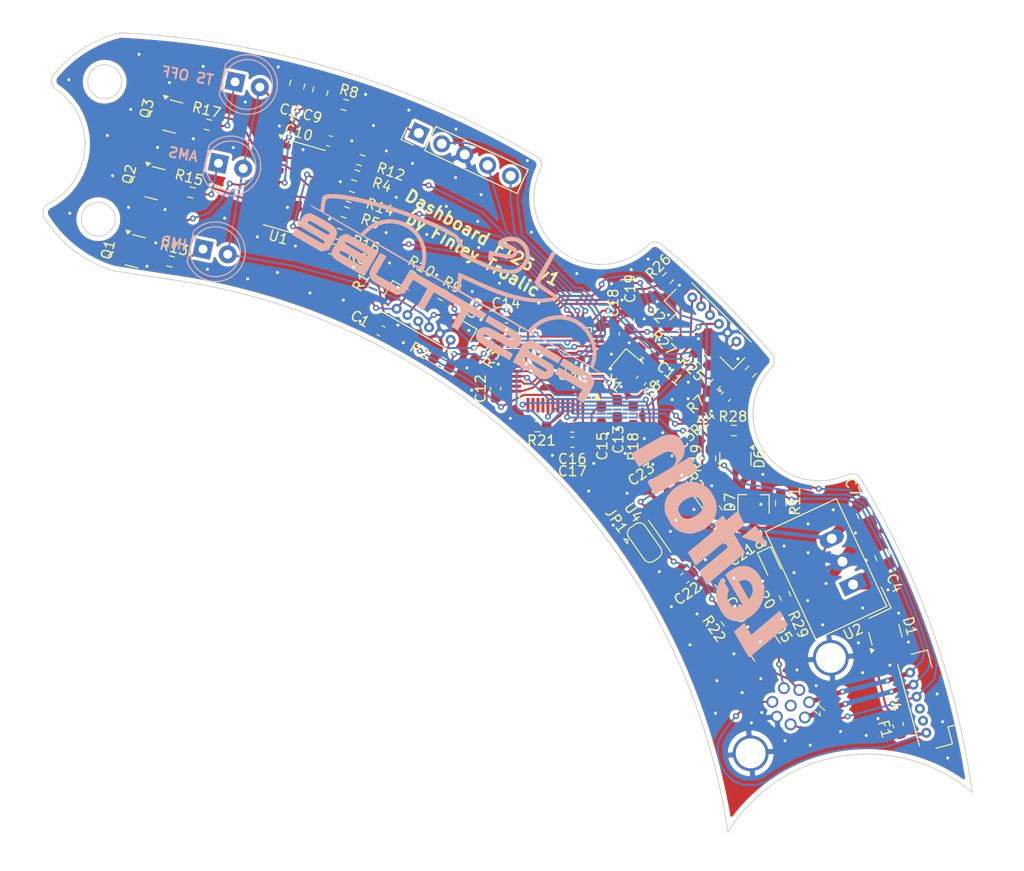
<source format=kicad_pcb>
(kicad_pcb
	(version 20240108)
	(generator "pcbnew")
	(generator_version "8.0")
	(general
		(thickness 1.6)
		(legacy_teardrops no)
	)
	(paper "A4")
	(layers
		(0 "F.Cu" signal)
		(31 "B.Cu" signal)
		(32 "B.Adhes" user "B.Adhesive")
		(33 "F.Adhes" user "F.Adhesive")
		(34 "B.Paste" user)
		(35 "F.Paste" user)
		(36 "B.SilkS" user "B.Silkscreen")
		(37 "F.SilkS" user "F.Silkscreen")
		(38 "B.Mask" user)
		(39 "F.Mask" user)
		(40 "Dwgs.User" user "User.Drawings")
		(41 "Cmts.User" user "User.Comments")
		(42 "Eco1.User" user "User.Eco1")
		(43 "Eco2.User" user "User.Eco2")
		(44 "Edge.Cuts" user)
		(45 "Margin" user)
		(46 "B.CrtYd" user "B.Courtyard")
		(47 "F.CrtYd" user "F.Courtyard")
		(48 "B.Fab" user)
		(49 "F.Fab" user)
		(50 "User.1" user)
		(51 "User.2" user)
		(52 "User.3" user)
		(53 "User.4" user)
		(54 "User.5" user)
		(55 "User.6" user)
		(56 "User.7" user)
		(57 "User.8" user)
		(58 "User.9" user)
	)
	(setup
		(pad_to_mask_clearance 0)
		(allow_soldermask_bridges_in_footprints no)
		(pcbplotparams
			(layerselection 0x00010fc_ffffffff)
			(plot_on_all_layers_selection 0x0000000_00000000)
			(disableapertmacros no)
			(usegerberextensions no)
			(usegerberattributes yes)
			(usegerberadvancedattributes yes)
			(creategerberjobfile yes)
			(dashed_line_dash_ratio 12.000000)
			(dashed_line_gap_ratio 3.000000)
			(svgprecision 4)
			(plotframeref no)
			(viasonmask no)
			(mode 1)
			(useauxorigin no)
			(hpglpennumber 1)
			(hpglpenspeed 20)
			(hpglpendiameter 15.000000)
			(pdf_front_fp_property_popups yes)
			(pdf_back_fp_property_popups yes)
			(dxfpolygonmode yes)
			(dxfimperialunits yes)
			(dxfusepcbnewfont yes)
			(psnegative no)
			(psa4output no)
			(plotreference yes)
			(plotvalue yes)
			(plotfptext yes)
			(plotinvisibletext no)
			(sketchpadsonfab no)
			(subtractmaskfromsilk no)
			(outputformat 1)
			(mirror no)
			(drillshape 0)
			(scaleselection 1)
			(outputdirectory "export/")
		)
	)
	(net 0 "")
	(net 1 "GND")
	(net 2 "Net-(U3-PF0)")
	(net 3 "Net-(U3-PF1)")
	(net 4 "+3.3V")
	(net 5 "/NRST")
	(net 6 "/CAN/Vref")
	(net 7 "/CANH")
	(net 8 "/CANL")
	(net 9 "Net-(D1-A)")
	(net 10 "+BATT")
	(net 11 "Net-(JP1-C)")
	(net 12 "Net-(Q1-D)")
	(net 13 "Net-(Q1-G)")
	(net 14 "Net-(Q2-D)")
	(net 15 "Net-(Q2-G)")
	(net 16 "Net-(Q3-G)")
	(net 17 "Net-(U3-BOOT0)")
	(net 18 "Net-(U4-Rs)")
	(net 19 "+24V")
	(net 20 "unconnected-(U3-PA6-Pad16)")
	(net 21 "unconnected-(U3-PB2-Pad20)")
	(net 22 "/CAN/CAN_RX")
	(net 23 "unconnected-(U3-PC15-Pad4)")
	(net 24 "unconnected-(U3-PB14-Pad27)")
	(net 25 "/R2D_BTN")
	(net 26 "unconnected-(U3-PB7-Pad43)")
	(net 27 "/TS ON_BTN")
	(net 28 "Net-(Q3-D)")
	(net 29 "Net-(D2-K)")
	(net 30 "unconnected-(U3-PA15-Pad38)")
	(net 31 "/SWCLK")
	(net 32 "unconnected-(U3-PB4-Pad40)")
	(net 33 "/SDC_In")
	(net 34 "Net-(D3-K)")
	(net 35 "/LEDs/IMD_LED")
	(net 36 "unconnected-(U3-PB12-Pad25)")
	(net 37 "/CAN/CAN_TX")
	(net 38 "unconnected-(U3-PC14-Pad3)")
	(net 39 "/LEDs/AMS_LED")
	(net 40 "/RaceMode_Out")
	(net 41 "Net-(D4-K)")
	(net 42 "unconnected-(U3-PA10-Pad31)")
	(net 43 "/LEDs/TSOFF_LED")
	(net 44 "unconnected-(J1-Pin_8-Pad8)")
	(net 45 "unconnected-(U3-PB9-Pad46)")
	(net 46 "unconnected-(U3-PC13-Pad2)")
	(net 47 "unconnected-(U3-PA8-Pad29)")
	(net 48 "unconnected-(U3-PA9-Pad30)")
	(net 49 "/SWDIO")
	(net 50 "/SDC_Out")
	(net 51 "Net-(J2-Pin_2)")
	(net 52 "Net-(J2-Pin_3)")
	(net 53 "Net-(J2-Pin_6)")
	(net 54 "Net-(J2-Pin_1)")
	(net 55 "Net-(J3-Pin_4)")
	(net 56 "Net-(J3-Pin_6)")
	(net 57 "Net-(J3-Pin_1)")
	(net 58 "Net-(J3-Pin_5)")
	(net 59 "unconnected-(J4-Pin_2-Pad2)")
	(net 60 "unconnected-(J4-Pin_3-Pad3)")
	(net 61 "/TS ON_R")
	(net 62 "/TS ON_G")
	(net 63 "Net-(R12-Pad1)")
	(net 64 "Net-(R14-Pad1)")
	(net 65 "Net-(R16-Pad1)")
	(net 66 "/TS ON_B")
	(net 67 "/R2D_R")
	(net 68 "/R2D_G")
	(net 69 "/R2D_B")
	(net 70 "Net-(U1-Pad12)")
	(net 71 "unconnected-(U3-PB3-Pad39)")
	(net 72 "Net-(U3-PB15)")
	(net 73 "unconnected-(D7-K-Pad1)")
	(net 74 "Net-(U3-PB10)")
	(net 75 "unconnected-(U3-PB13-Pad26)")
	(net 76 "Net-(U3-PB8)")
	(net 77 "unconnected-(U3-PB11-Pad22)")
	(net 78 "Net-(D8-A)")
	(net 79 "/LEDs/~{Power_on_test}")
	(footprint "Capacitor_SMD:C_0805_2012Metric_Pad1.18x1.45mm_HandSolder" (layer "F.Cu") (at 158.2 100 -65))
	(footprint "Resistor_SMD:R_0603_1608Metric_Pad0.98x0.95mm_HandSolder" (layer "F.Cu") (at 138.5 76.4 45))
	(footprint "Resistor_SMD:R_0603_1608Metric_Pad0.98x0.95mm_HandSolder" (layer "F.Cu") (at 88.616745 74.738288 -14))
	(footprint "Resistor_SMD:R_0603_1608Metric_Pad0.98x0.95mm_HandSolder" (layer "F.Cu") (at 143.34 99.77 125))
	(footprint "Resistor_SMD:R_0603_1608Metric_Pad0.98x0.95mm_HandSolder" (layer "F.Cu") (at 135 90.2125 90))
	(footprint "Capacitor_SMD:C_0603_1608Metric_Pad1.08x0.95mm_HandSolder" (layer "F.Cu") (at 135.8 86.7 -130))
	(footprint "Capacitor_SMD:C_0603_1608Metric_Pad1.08x0.95mm_HandSolder" (layer "F.Cu") (at 140.19471 106.506519 35))
	(footprint "Dashboard:JST_GH_THT_1x06-1MP_P1.25mm_Vertical" (layer "F.Cu") (at 164.507096 122.25817 105))
	(footprint "Crystal:Crystal_SMD_2016-4Pin_2.0x1.6mm" (layer "F.Cu") (at 134.286051 85.261754 -130))
	(footprint "Resistor_SMD:R_0603_1608Metric_Pad0.98x0.95mm_HandSolder" (layer "F.Cu") (at 106.132246 69.801513 161))
	(footprint "Resistor_SMD:R_0603_1608Metric_Pad0.98x0.95mm_HandSolder" (layer "F.Cu") (at 115.9 78.1 150))
	(footprint "Resistor_SMD:R_0603_1608Metric_Pad0.98x0.95mm_HandSolder" (layer "F.Cu") (at 107.173379 66.107442 -19))
	(footprint "Resistor_SMD:R_0603_1608Metric_Pad0.98x0.95mm_HandSolder" (layer "F.Cu") (at 149.8 98.9875 -90))
	(footprint "LED_SMD:LED_0603_1608Metric_Pad1.05x0.95mm_HandSolder" (layer "F.Cu") (at 148.825 105.175 -65))
	(footprint "Resistor_SMD:R_0603_1608Metric_Pad0.98x0.95mm_HandSolder" (layer "F.Cu") (at 119.6 83.7 60))
	(footprint "Dashboard:Phoenix_SACC-DSI-M8FS-8CON-M10" (layer "F.Cu") (at 150.8 119.3 -130))
	(footprint "Package_QFP:LQFP-48_7x7mm_P0.5mm" (layer "F.Cu") (at 127.2 85 180))
	(footprint "Dashboard:JST_GH_THT_1x06-1MP_P1.25mm_Vertical" (layer "F.Cu") (at 116.935336 82.685464 150))
	(footprint "Resistor_SMD:R_0603_1608Metric_Pad0.98x0.95mm_HandSolder" (layer "F.Cu") (at 106.075 59.025 -15))
	(footprint "Capacitor_SMD:C_0603_1608Metric_Pad1.08x0.95mm_HandSolder" (layer "F.Cu") (at 122.3 80.4 180))
	(footprint "Capacitor_SMD:C_0805_2012Metric_Pad1.18x1.45mm_HandSolder" (layer "F.Cu") (at 160 104.2 115))
	(footprint "Capacitor_SMD:C_0603_1608Metric_Pad1.08x0.95mm_HandSolder" (layer "F.Cu") (at 137.001229 97.111809 35))
	(footprint "Resistor_SMD:R_0603_1608Metric_Pad0.98x0.95mm_HandSolder" (layer "F.Cu") (at 142.75 94.5 90))
	(footprint "Package_TO_SOT_SMD:SOT-23" (layer "F.Cu") (at 148.09471 113.406519 -55))
	(footprint "Resistor_SMD:R_0603_1608Metric_Pad0.98x0.95mm_HandSolder" (layer "F.Cu") (at 146.9 109.1 -55))
	(footprint "Resistor_SMD:R_0603_1608Metric_Pad0.98x0.95mm_HandSolder" (layer "F.Cu") (at 106.625 68.25 -19))
	(footprint "Package_TO_SOT_SMD:SOT-23" (layer "F.Cu") (at 145.25 94.5625 -90))
	(footprint "Capacitor_SMD:C_0603_1608Metric_Pad1.08x0.95mm_HandSolder" (layer "F.Cu") (at 133.4 89.5 -90))
	(footprint "Resistor_SMD:R_0603_1608Metric_Pad0.98x0.95mm_HandSolder" (layer "F.Cu") (at 107.675 64.575 -19))
	(footprint "Jumper:SolderJumper-3_P1.3mm_Open_RoundedPad1.0x1.5mm" (layer "F.Cu") (at 136.14906 102.941621 -55))
	(footprint "Resistor_SMD:R_0603_1608Metric_Pad0.98x0.95mm_HandSolder" (layer "F.Cu") (at 92.350348 61.013198 166))
	(footprint "Resistor_SMD:R_0603_1608Metric_Pad0.98x0.95mm_HandSolder" (layer "F.Cu") (at 145.1 91.7 180))
	(footprint "Resistor_SMD:R_0603_1608Metric_Pad0.98x0.95mm_HandSolder" (layer "F.Cu") (at 115.8 84.9 150))
	(footprint "Capacitor_SMD:C_0603_1608Metric_Pad1.08x0.95mm_HandSolder" (layer "F.Cu") (at 121.2 87.5 90))
	(footprint "Capacitor_SMD:C_0603_1608Metric_Pad1.08x0.95mm_HandSolder" (layer "F.Cu") (at 134.6 80.6625 90))
	(footprint "Package_TO_SOT_SMD:SOT-23" (layer "F.Cu") (at 160.3 112.2 105))
	(footprint "Capacitor_SMD:C_0603_1608Metric_Pad1.08x0.95mm_HandSolder"
		(layer "F.Cu")
		(uuid "825bbd32-6766-4eba-b5b1-bfe949fd9a28")
		(at 104.53 62.65 -16)
		(descr "Capacitor SMD 0603 (1608 Metric), square (rectangular) end terminal, IPC_7351 nominal with elongated pad for handsoldering. (Body size source: IPC-SM-782 page 76, https://www.pcb-3d.com/wordpress/wp-content/uploads/ipc-sm-782a_amendment_1_and_2.pdf), generated with kicad-footprint-generator")
		(tags "capacitor handsolder")
		(property "Reference" "C10"
			(at -3.19331 0.029967 164)
			(layer "F.SilkS")
			(uuid "3e35e33c-780d-489e-b79a-5555fc05ecfc")
			(effects
				(font
					(size 1 1)
					(thickness 0.15)
				)
			)
		)
		(property "Value" "100n"
			(at -0.000002 1.43 164)
			(layer "F.Fab")
			(uuid "37ac06f3-9428-486f-9a85-d844b6ee79df")
			(effects
				(font
					(size 1 1)
					(thickness 0.15)
				)
			)
		)
		(property "Footprint" "Capacitor_SMD:C_0603_1608Metric_Pad1.08x0.95mm_HandSolder"
			(at 0 0 -16)
			(unlocked yes)
			(layer "F.Fab")
			(hide yes)
			(uuid "b07f4152-8d4f-48d1-babd-eb2a0e3f4e6a")
			(effects
				(font
					(size 1.27 1.27)
					(thickness 0.15)
				)
			)
		)
		(property "Datasheet" ""
			(at 0 0 -16)
			(unlocked yes)
			(layer "F.Fab")
			(hide yes)
			(uuid "6160a584-6d44-4d53-b068-890803f9eb2b")
			(effects
				(font
					(size 1.27 1.27)
					(thickness 0.15)
				)
			)
		)
		(property "Description" "Unpolarized capacitor"
			(at 0 0 -16)
			(unlocked yes)
			(layer "F.Fab")
			(hide yes)
			(uuid "6672c00d-a8be-4b04-9753-1e0f30b434df")
			(effects
				(font
					(size 1.27 1.27)
					(thickness 0.15)
				)
			)
		)
		(property ki_fp_filters "C_*")
		(path "/4b60d8b7-48f6-4ea7-96e0-db80cb9a47fa/ee0a2f7b-7d59-461f-9e36-3b5dbc7a61b1")
		(sheetname "LEDs")
		(sheetfile "
... [745964 chars truncated]
</source>
